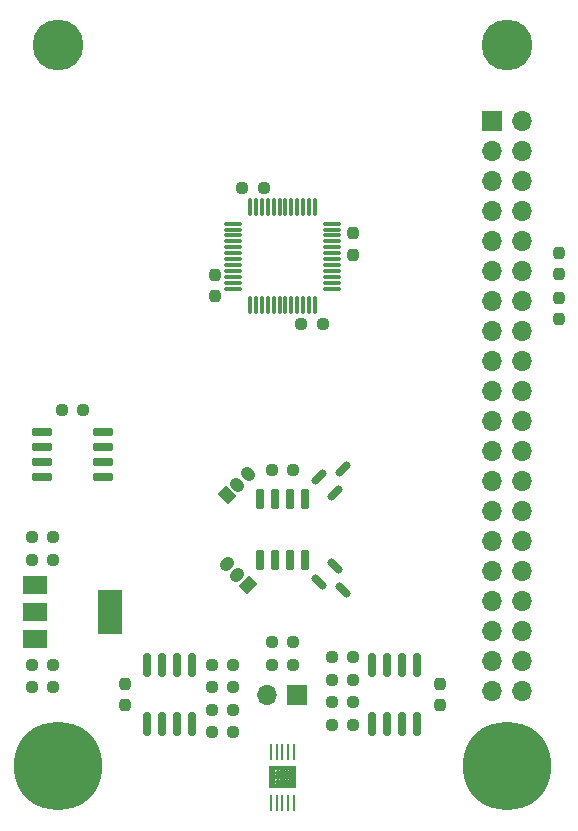
<source format=gts>
G04 #@! TF.GenerationSoftware,KiCad,Pcbnew,(6.0.0)*
G04 #@! TF.CreationDate,2025-05-03T15:15:18+02:00*
G04 #@! TF.ProjectId,Smart Servo Control Board Rev.2,536d6172-7420-4536-9572-766f20436f6e,rev?*
G04 #@! TF.SameCoordinates,Original*
G04 #@! TF.FileFunction,Soldermask,Top*
G04 #@! TF.FilePolarity,Negative*
%FSLAX46Y46*%
G04 Gerber Fmt 4.6, Leading zero omitted, Abs format (unit mm)*
G04 Created by KiCad (PCBNEW (6.0.0)) date 2025-05-03 15:15:18*
%MOMM*%
%LPD*%
G01*
G04 APERTURE LIST*
G04 Aperture macros list*
%AMRoundRect*
0 Rectangle with rounded corners*
0 $1 Rounding radius*
0 $2 $3 $4 $5 $6 $7 $8 $9 X,Y pos of 4 corners*
0 Add a 4 corners polygon primitive as box body*
4,1,4,$2,$3,$4,$5,$6,$7,$8,$9,$2,$3,0*
0 Add four circle primitives for the rounded corners*
1,1,$1+$1,$2,$3*
1,1,$1+$1,$4,$5*
1,1,$1+$1,$6,$7*
1,1,$1+$1,$8,$9*
0 Add four rect primitives between the rounded corners*
20,1,$1+$1,$2,$3,$4,$5,0*
20,1,$1+$1,$4,$5,$6,$7,0*
20,1,$1+$1,$6,$7,$8,$9,0*
20,1,$1+$1,$8,$9,$2,$3,0*%
%AMHorizOval*
0 Thick line with rounded ends*
0 $1 width*
0 $2 $3 position (X,Y) of the first rounded end (center of the circle)*
0 $4 $5 position (X,Y) of the second rounded end (center of the circle)*
0 Add line between two ends*
20,1,$1,$2,$3,$4,$5,0*
0 Add two circle primitives to create the rounded ends*
1,1,$1,$2,$3*
1,1,$1,$4,$5*%
%AMRotRect*
0 Rectangle, with rotation*
0 The origin of the aperture is its center*
0 $1 length*
0 $2 width*
0 $3 Rotation angle, in degrees counterclockwise*
0 Add horizontal line*
21,1,$1,$2,0,0,$3*%
G04 Aperture macros list end*
%ADD10C,4.300000*%
%ADD11RoundRect,0.237500X-0.250000X-0.237500X0.250000X-0.237500X0.250000X0.237500X-0.250000X0.237500X0*%
%ADD12RoundRect,0.237500X-0.237500X0.250000X-0.237500X-0.250000X0.237500X-0.250000X0.237500X0.250000X0*%
%ADD13RoundRect,0.150000X0.150000X-0.825000X0.150000X0.825000X-0.150000X0.825000X-0.150000X-0.825000X0*%
%ADD14RoundRect,0.150000X-0.725000X-0.150000X0.725000X-0.150000X0.725000X0.150000X-0.725000X0.150000X0*%
%ADD15RoundRect,0.237500X0.250000X0.237500X-0.250000X0.237500X-0.250000X-0.237500X0.250000X-0.237500X0*%
%ADD16RoundRect,0.150000X-0.521491X0.309359X0.309359X-0.521491X0.521491X-0.309359X-0.309359X0.521491X0*%
%ADD17RotRect,1.050000X1.300000X45.000000*%
%ADD18HorizOval,1.050000X-0.088388X0.088388X0.088388X-0.088388X0*%
%ADD19RoundRect,0.237500X0.237500X-0.250000X0.237500X0.250000X-0.237500X0.250000X-0.237500X-0.250000X0*%
%ADD20RoundRect,0.150000X-0.150000X0.825000X-0.150000X-0.825000X0.150000X-0.825000X0.150000X0.825000X0*%
%ADD21R,1.700000X1.700000*%
%ADD22O,1.700000X1.700000*%
%ADD23RotRect,1.050000X1.300000X135.000000*%
%ADD24HorizOval,1.050000X0.088388X0.088388X-0.088388X-0.088388X0*%
%ADD25C,7.500000*%
%ADD26C,4.700000*%
%ADD27RoundRect,0.075000X0.662500X0.075000X-0.662500X0.075000X-0.662500X-0.075000X0.662500X-0.075000X0*%
%ADD28RoundRect,0.075000X0.075000X0.662500X-0.075000X0.662500X-0.075000X-0.662500X0.075000X-0.662500X0*%
%ADD29RoundRect,0.150000X-0.309359X-0.521491X0.521491X0.309359X0.309359X0.521491X-0.521491X-0.309359X0*%
%ADD30R,2.000000X1.500000*%
%ADD31R,2.000000X3.800000*%
%ADD32RoundRect,0.150000X-0.150000X0.725000X-0.150000X-0.725000X0.150000X-0.725000X0.150000X0.725000X0*%
%ADD33R,0.270000X1.411200*%
%ADD34C,0.508000*%
G04 APERTURE END LIST*
G36*
X177186020Y-104921928D02*
G01*
X176626220Y-104921928D01*
X176626220Y-103074928D01*
X177186020Y-103074928D01*
X177186020Y-104921928D01*
G37*
G36*
X176226220Y-104921928D02*
G01*
X175838820Y-104921928D01*
X175838820Y-103074928D01*
X176226220Y-103074928D01*
X176226220Y-104921928D01*
G37*
G36*
X177186020Y-104192128D02*
G01*
X174879020Y-104192128D01*
X174879020Y-103804728D01*
X177186020Y-103804728D01*
X177186020Y-104192128D01*
G37*
G36*
X177186020Y-104921928D02*
G01*
X174879020Y-104921928D01*
X174879020Y-104592128D01*
X177186020Y-104592128D01*
X177186020Y-104921928D01*
G37*
G36*
X177186020Y-103404728D02*
G01*
X174879020Y-103404728D01*
X174879020Y-103074928D01*
X177186020Y-103074928D01*
X177186020Y-103404728D01*
G37*
G36*
X175438820Y-104921928D02*
G01*
X174879020Y-104921928D01*
X174879020Y-103074928D01*
X175438820Y-103074928D01*
X175438820Y-104921928D01*
G37*
D10*
X157032520Y-42043428D03*
D11*
X157340020Y-72883428D03*
X159165020Y-72883428D03*
X175120020Y-77963428D03*
X176945020Y-77963428D03*
X180200020Y-93838428D03*
X182025020Y-93838428D03*
D12*
X162697520Y-96100928D03*
X162697520Y-97925928D03*
D11*
X180200020Y-97648428D03*
X182025020Y-97648428D03*
D13*
X183652520Y-99488428D03*
X184922520Y-99488428D03*
X186192520Y-99488428D03*
X187462520Y-99488428D03*
X187462520Y-94538428D03*
X186192520Y-94538428D03*
X184922520Y-94538428D03*
X183652520Y-94538428D03*
D11*
X154800020Y-96378428D03*
X156625020Y-96378428D03*
D14*
X155677520Y-74788428D03*
X155677520Y-76058428D03*
X155677520Y-77328428D03*
X155677520Y-78598428D03*
X160827520Y-78598428D03*
X160827520Y-77328428D03*
X160827520Y-76058428D03*
X160827520Y-74788428D03*
D15*
X171865020Y-100188428D03*
X170040020Y-100188428D03*
D16*
X180486359Y-86153764D03*
X179142856Y-87497267D03*
X181140433Y-88151341D03*
D17*
X171324494Y-80131454D03*
D18*
X172222520Y-79233428D03*
X173120545Y-78335403D03*
D15*
X182025020Y-95743428D03*
X180200020Y-95743428D03*
D19*
X199457520Y-61420928D03*
X199457520Y-59595928D03*
D15*
X171865020Y-96378428D03*
X170040020Y-96378428D03*
D20*
X168412520Y-94538428D03*
X167142520Y-94538428D03*
X165872520Y-94538428D03*
X164602520Y-94538428D03*
X164602520Y-99488428D03*
X165872520Y-99488428D03*
X167142520Y-99488428D03*
X168412520Y-99488428D03*
D11*
X154800020Y-94473428D03*
X156625020Y-94473428D03*
D21*
X177282520Y-97038428D03*
D22*
X174742520Y-97038428D03*
D15*
X182025020Y-99553428D03*
X180200020Y-99553428D03*
D11*
X177620020Y-65628428D03*
X179445020Y-65628428D03*
D23*
X173120546Y-87751454D03*
D24*
X172222520Y-86853428D03*
X171324495Y-85955403D03*
D12*
X199457520Y-63405928D03*
X199457520Y-65230928D03*
D25*
X195032520Y-103043428D03*
D26*
X195032520Y-103043428D03*
D19*
X182032520Y-59790928D03*
X182032520Y-57965928D03*
D27*
X180195020Y-62628428D03*
X180195020Y-62128428D03*
X180195020Y-61628428D03*
X180195020Y-61128428D03*
X180195020Y-60628428D03*
X180195020Y-60128428D03*
X180195020Y-59628428D03*
X180195020Y-59128428D03*
X180195020Y-58628428D03*
X180195020Y-58128428D03*
X180195020Y-57628428D03*
X180195020Y-57128428D03*
D28*
X178782520Y-55715928D03*
X178282520Y-55715928D03*
X177782520Y-55715928D03*
X177282520Y-55715928D03*
X176782520Y-55715928D03*
X176282520Y-55715928D03*
X175782520Y-55715928D03*
X175282520Y-55715928D03*
X174782520Y-55715928D03*
X174282520Y-55715928D03*
X173782520Y-55715928D03*
X173282520Y-55715928D03*
D27*
X171870020Y-57128428D03*
X171870020Y-57628428D03*
X171870020Y-58128428D03*
X171870020Y-58628428D03*
X171870020Y-59128428D03*
X171870020Y-59628428D03*
X171870020Y-60128428D03*
X171870020Y-60628428D03*
X171870020Y-61128428D03*
X171870020Y-61628428D03*
X171870020Y-62128428D03*
X171870020Y-62628428D03*
D28*
X173282520Y-64040928D03*
X173782520Y-64040928D03*
X174282520Y-64040928D03*
X174782520Y-64040928D03*
X175282520Y-64040928D03*
X175782520Y-64040928D03*
X176282520Y-64040928D03*
X176782520Y-64040928D03*
X177282520Y-64040928D03*
X177782520Y-64040928D03*
X178282520Y-64040928D03*
X178782520Y-64040928D03*
D19*
X189367520Y-97925928D03*
X189367520Y-96100928D03*
D15*
X176945020Y-94473428D03*
X175120020Y-94473428D03*
X156625020Y-85583428D03*
X154800020Y-85583428D03*
D29*
X179142856Y-78589589D03*
X180486359Y-79933092D03*
X181140433Y-77935515D03*
D12*
X170282520Y-61465928D03*
X170282520Y-63290928D03*
D26*
X157032520Y-103043428D03*
D25*
X157032520Y-103043428D03*
D30*
X155102520Y-87728428D03*
D31*
X161402520Y-90028428D03*
D30*
X155102520Y-90028428D03*
X155102520Y-92328428D03*
D11*
X170040020Y-94473428D03*
X171865020Y-94473428D03*
D15*
X174445020Y-54128428D03*
X172620020Y-54128428D03*
X156625020Y-83678428D03*
X154800020Y-83678428D03*
D11*
X170040020Y-98283428D03*
X171865020Y-98283428D03*
D32*
X177937520Y-80468428D03*
X176667520Y-80468428D03*
X175397520Y-80468428D03*
X174127520Y-80468428D03*
X174127520Y-85618428D03*
X175397520Y-85618428D03*
X176667520Y-85618428D03*
X177937520Y-85618428D03*
D33*
X177032521Y-101823429D03*
X176532519Y-101823429D03*
X176032520Y-101823429D03*
X175532521Y-101823429D03*
X175032519Y-101823429D03*
X175032519Y-106173427D03*
X175532521Y-106173427D03*
X176032520Y-106173427D03*
X176532519Y-106173427D03*
X177032521Y-106173427D03*
D34*
X175638820Y-104392128D03*
X176426220Y-103604728D03*
X175638820Y-103604728D03*
X176426220Y-104392128D03*
D10*
X195032520Y-42043428D03*
D11*
X175120020Y-92568428D03*
X176945020Y-92568428D03*
D21*
X193742520Y-48443428D03*
D22*
X196282520Y-48443428D03*
X193742520Y-50983428D03*
X196282520Y-50983428D03*
X193742520Y-53523428D03*
X196282520Y-53523428D03*
X193742520Y-56063428D03*
X196282520Y-56063428D03*
X193742520Y-58603428D03*
X196282520Y-58603428D03*
X193742520Y-61143428D03*
X196282520Y-61143428D03*
X193742520Y-63683428D03*
X196282520Y-63683428D03*
X193742520Y-66223428D03*
X196282520Y-66223428D03*
X193742520Y-68763428D03*
X196282520Y-68763428D03*
X193742520Y-71303428D03*
X196282520Y-71303428D03*
X193742520Y-73843428D03*
X196282520Y-73843428D03*
X193742520Y-76383428D03*
X196282520Y-76383428D03*
X193742520Y-78923428D03*
X196282520Y-78923428D03*
X193742520Y-81463428D03*
X196282520Y-81463428D03*
X193742520Y-84003428D03*
X196282520Y-84003428D03*
X193742520Y-86543428D03*
X196282520Y-86543428D03*
X193742520Y-89083428D03*
X196282520Y-89083428D03*
X193742520Y-91623428D03*
X196282520Y-91623428D03*
X193742520Y-94163428D03*
X196282520Y-94163428D03*
X193742520Y-96703428D03*
X196282520Y-96703428D03*
M02*

</source>
